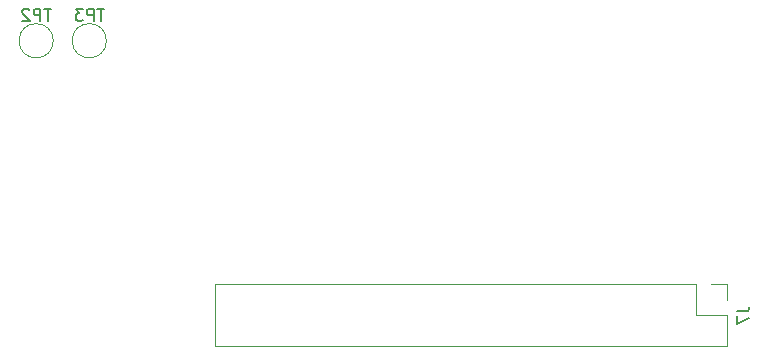
<source format=gbr>
%TF.GenerationSoftware,KiCad,Pcbnew,7.0.6*%
%TF.CreationDate,2023-11-17T09:02:37-06:00*%
%TF.ProjectId,ConnectorX,436f6e6e-6563-4746-9f72-582e6b696361,rev?*%
%TF.SameCoordinates,Original*%
%TF.FileFunction,Legend,Bot*%
%TF.FilePolarity,Positive*%
%FSLAX46Y46*%
G04 Gerber Fmt 4.6, Leading zero omitted, Abs format (unit mm)*
G04 Created by KiCad (PCBNEW 7.0.6) date 2023-11-17 09:02:37*
%MOMM*%
%LPD*%
G01*
G04 APERTURE LIST*
%ADD10C,0.150000*%
%ADD11C,0.120000*%
G04 APERTURE END LIST*
D10*
X179374819Y-120396666D02*
X180089104Y-120396666D01*
X180089104Y-120396666D02*
X180231961Y-120349047D01*
X180231961Y-120349047D02*
X180327200Y-120253809D01*
X180327200Y-120253809D02*
X180374819Y-120110952D01*
X180374819Y-120110952D02*
X180374819Y-120015714D01*
X179374819Y-120777619D02*
X179374819Y-121444285D01*
X179374819Y-121444285D02*
X180374819Y-121015714D01*
X125761904Y-94806819D02*
X125190476Y-94806819D01*
X125476190Y-95806819D02*
X125476190Y-94806819D01*
X124857142Y-95806819D02*
X124857142Y-94806819D01*
X124857142Y-94806819D02*
X124476190Y-94806819D01*
X124476190Y-94806819D02*
X124380952Y-94854438D01*
X124380952Y-94854438D02*
X124333333Y-94902057D01*
X124333333Y-94902057D02*
X124285714Y-94997295D01*
X124285714Y-94997295D02*
X124285714Y-95140152D01*
X124285714Y-95140152D02*
X124333333Y-95235390D01*
X124333333Y-95235390D02*
X124380952Y-95283009D01*
X124380952Y-95283009D02*
X124476190Y-95330628D01*
X124476190Y-95330628D02*
X124857142Y-95330628D01*
X123952380Y-94806819D02*
X123333333Y-94806819D01*
X123333333Y-94806819D02*
X123666666Y-95187771D01*
X123666666Y-95187771D02*
X123523809Y-95187771D01*
X123523809Y-95187771D02*
X123428571Y-95235390D01*
X123428571Y-95235390D02*
X123380952Y-95283009D01*
X123380952Y-95283009D02*
X123333333Y-95378247D01*
X123333333Y-95378247D02*
X123333333Y-95616342D01*
X123333333Y-95616342D02*
X123380952Y-95711580D01*
X123380952Y-95711580D02*
X123428571Y-95759200D01*
X123428571Y-95759200D02*
X123523809Y-95806819D01*
X123523809Y-95806819D02*
X123809523Y-95806819D01*
X123809523Y-95806819D02*
X123904761Y-95759200D01*
X123904761Y-95759200D02*
X123952380Y-95711580D01*
X121261904Y-94806819D02*
X120690476Y-94806819D01*
X120976190Y-95806819D02*
X120976190Y-94806819D01*
X120357142Y-95806819D02*
X120357142Y-94806819D01*
X120357142Y-94806819D02*
X119976190Y-94806819D01*
X119976190Y-94806819D02*
X119880952Y-94854438D01*
X119880952Y-94854438D02*
X119833333Y-94902057D01*
X119833333Y-94902057D02*
X119785714Y-94997295D01*
X119785714Y-94997295D02*
X119785714Y-95140152D01*
X119785714Y-95140152D02*
X119833333Y-95235390D01*
X119833333Y-95235390D02*
X119880952Y-95283009D01*
X119880952Y-95283009D02*
X119976190Y-95330628D01*
X119976190Y-95330628D02*
X120357142Y-95330628D01*
X119404761Y-94902057D02*
X119357142Y-94854438D01*
X119357142Y-94854438D02*
X119261904Y-94806819D01*
X119261904Y-94806819D02*
X119023809Y-94806819D01*
X119023809Y-94806819D02*
X118928571Y-94854438D01*
X118928571Y-94854438D02*
X118880952Y-94902057D01*
X118880952Y-94902057D02*
X118833333Y-94997295D01*
X118833333Y-94997295D02*
X118833333Y-95092533D01*
X118833333Y-95092533D02*
X118880952Y-95235390D01*
X118880952Y-95235390D02*
X119452380Y-95806819D01*
X119452380Y-95806819D02*
X118833333Y-95806819D01*
D11*
%TO.C,J7*%
X135180000Y-123330000D02*
X135180000Y-118130000D01*
X178480000Y-123330000D02*
X135180000Y-123330000D01*
X178480000Y-123330000D02*
X178480000Y-120730000D01*
X175880000Y-120730000D02*
X175880000Y-118130000D01*
X178480000Y-120730000D02*
X175880000Y-120730000D01*
X178480000Y-119460000D02*
X178480000Y-118130000D01*
X175880000Y-118130000D02*
X135180000Y-118130000D01*
X178480000Y-118130000D02*
X177150000Y-118130000D01*
%TO.C,TP3*%
X125950000Y-97500000D02*
G75*
G03*
X125950000Y-97500000I-1450000J0D01*
G01*
%TO.C,TP2*%
X121450000Y-97500000D02*
G75*
G03*
X121450000Y-97500000I-1450000J0D01*
G01*
%TD*%
M02*

</source>
